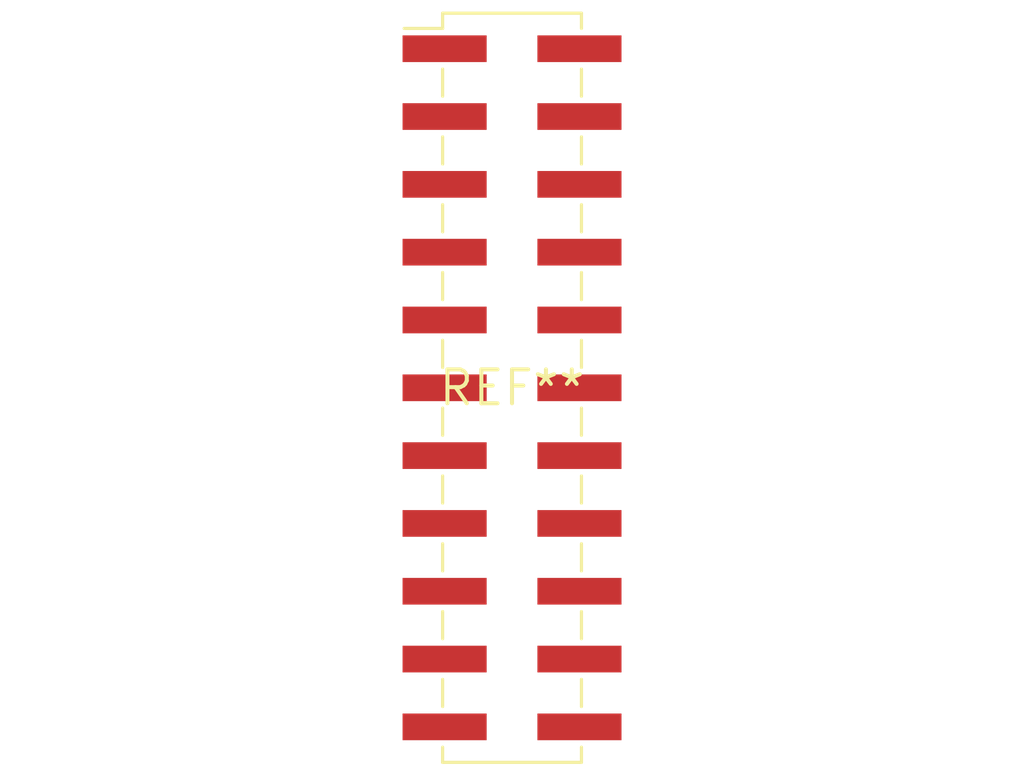
<source format=kicad_pcb>
(kicad_pcb (version 20240108) (generator pcbnew)
  (layers (0 "F.Cu" signal) (31 "B.Cu" signal) (34 "B.Paste" user) (35 "F.Paste" user) (36 "B.SilkS" user "B.Silkscreen") (37 "F.SilkS" user "F.Silkscreen") (38 "B.Mask" user) (39 "F.Mask" user) (44 "Edge.Cuts" user))
  (net 0 "")
  (footprint "PinHeader_2x11_P2.54mm_Vertical_SMD" (layer "F.Cu") (at 0 0)
    (property "Reference" "REF**")
    (property "Value" "PinHeader_2x11_P2.54mm_Vertical_SMD")
    (fp_line (start -4.04 -13.46) (end -2.6 -13.46) (layer "F.SilkS") (stroke (width 0.12)))
    (fp_line (start -2.6 -14.03) (end -2.6 -13.46) (layer "F.SilkS") (stroke (width 0.12)))
    (fp_line (start -2.6 -14.03) (end 2.6 -14.03) (layer "F.SilkS") (stroke (width 0.12)))
    (fp_line (start -2.6 -11.94) (end -2.6 -10.92) (layer "F.SilkS") (stroke (width 0.12)))
    (fp_line (start -2.6 -9.4) (end -2.6 -8.38) (layer "F.SilkS") (stroke (width 0.12)))
    (fp_line (start -2.6 -6.86) (end -2.6 -5.84) (layer "F.SilkS") (stroke (width 0.12)))
    (fp_line (start -2.6 -4.32) (end -2.6 -3.3) (layer "F.SilkS") (stroke (width 0.12)))
    (fp_line (start -2.6 -1.78) (end -2.6 -0.76) (layer "F.SilkS") (stroke (width 0.12)))
    (fp_line (start -2.6 0.76) (end -2.6 1.78) (layer "F.SilkS") (stroke (width 0.12)))
    (fp_line (start -2.6 3.3) (end -2.6 4.32) (layer "F.SilkS") (stroke (width 0.12)))
    (fp_line (start -2.6 5.84) (end -2.6 6.86) (layer "F.SilkS") (stroke (width 0.12)))
    (fp_line (start -2.6 8.38) (end -2.6 9.4) (layer "F.SilkS") (stroke (width 0.12)))
    (fp_line (start -2.6 10.92) (end -2.6 11.94) (layer "F.SilkS") (stroke (width 0.12)))
    (fp_line (start -2.6 13.46) (end -2.6 14.03) (layer "F.SilkS") (stroke (width 0.12)))
    (fp_line (start -2.6 14.03) (end 2.6 14.03) (layer "F.SilkS") (stroke (width 0.12)))
    (fp_line (start 2.6 -14.03) (end 2.6 -13.46) (layer "F.SilkS") (stroke (width 0.12)))
    (fp_line (start 2.6 -11.94) (end 2.6 -10.92) (layer "F.SilkS") (stroke (width 0.12)))
    (fp_line (start 2.6 -9.4) (end 2.6 -8.38) (layer "F.SilkS") (stroke (width 0.12)))
    (fp_line (start 2.6 -6.86) (end 2.6 -5.84) (layer "F.SilkS") (stroke (width 0.12)))
    (fp_line (start 2.6 -4.32) (end 2.6 -3.3) (layer "F.SilkS") (stroke (width 0.12)))
    (fp_line (start 2.6 -1.78) (end 2.6 -0.76) (layer "F.SilkS") (stroke (width 0.12)))
    (fp_line (start 2.6 0.76) (end 2.6 1.78) (layer "F.SilkS") (stroke (width 0.12)))
    (fp_line (start 2.6 3.3) (end 2.6 4.32) (layer "F.SilkS") (stroke (width 0.12)))
    (fp_line (start 2.6 5.84) (end 2.6 6.86) (layer "F.SilkS") (stroke (width 0.12)))
    (fp_line (start 2.6 8.38) (end 2.6 9.4) (layer "F.SilkS") (stroke (width 0.12)))
    (fp_line (start 2.6 10.92) (end 2.6 11.94) (layer "F.SilkS") (stroke (width 0.12)))
    (fp_line (start 2.6 13.46) (end 2.6 14.03) (layer "F.SilkS") (stroke (width 0.12)))
    (pad "1" smd rect (at -2.525 -12.7) (size 3.15 1) (layers "F.Cu" "F.Paste" "F.Mask"))
    (pad "2" smd rect (at 2.525 -12.7) (size 3.15 1) (layers "F.Cu" "F.Paste" "F.Mask"))
    (pad "3" smd rect (at -2.525 -10.16) (size 3.15 1) (layers "F.Cu" "F.Paste" "F.Mask"))
    (pad "4" smd rect (at 2.525 -10.16) (size 3.15 1) (layers "F.Cu" "F.Paste" "F.Mask"))
    (pad "5" smd rect (at -2.525 -7.62) (size 3.15 1) (layers "F.Cu" "F.Paste" "F.Mask"))
    (pad "6" smd rect (at 2.525 -7.62) (size 3.15 1) (layers "F.Cu" "F.Paste" "F.Mask"))
    (pad "7" smd rect (at -2.525 -5.08) (size 3.15 1) (layers "F.Cu" "F.Paste" "F.Mask"))
    (pad "8" smd rect (at 2.525 -5.08) (size 3.15 1) (layers "F.Cu" "F.Paste" "F.Mask"))
    (pad "9" smd rect (at -2.525 -2.54) (size 3.15 1) (layers "F.Cu" "F.Paste" "F.Mask"))
    (pad "10" smd rect (at 2.525 -2.54) (size 3.15 1) (layers "F.Cu" "F.Paste" "F.Mask"))
    (pad "11" smd rect (at -2.525 0) (size 3.15 1) (layers "F.Cu" "F.Paste" "F.Mask"))
    (pad "12" smd rect (at 2.525 0) (size 3.15 1) (layers "F.Cu" "F.Paste" "F.Mask"))
    (pad "13" smd rect (at -2.525 2.54) (size 3.15 1) (layers "F.Cu" "F.Paste" "F.Mask"))
    (pad "14" smd rect (at 2.525 2.54) (size 3.15 1) (layers "F.Cu" "F.Paste" "F.Mask"))
    (pad "15" smd rect (at -2.525 5.08) (size 3.15 1) (layers "F.Cu" "F.Paste" "F.Mask"))
    (pad "16" smd rect (at 2.525 5.08) (size 3.15 1) (layers "F.Cu" "F.Paste" "F.Mask"))
    (pad "17" smd rect (at -2.525 7.62) (size 3.15 1) (layers "F.Cu" "F.Paste" "F.Mask"))
    (pad "18" smd rect (at 2.525 7.62) (size 3.15 1) (layers "F.Cu" "F.Paste" "F.Mask"))
    (pad "19" smd rect (at -2.525 10.16) (size 3.15 1) (layers "F.Cu" "F.Paste" "F.Mask"))
    (pad "20" smd rect (at 2.525 10.16) (size 3.15 1) (layers "F.Cu" "F.Paste" "F.Mask"))
    (pad "21" smd rect (at -2.525 12.7) (size 3.15 1) (layers "F.Cu" "F.Paste" "F.Mask"))
    (pad "22" smd rect (at 2.525 12.7) (size 3.15 1) (layers "F.Cu" "F.Paste" "F.Mask"))
  )
)
</source>
